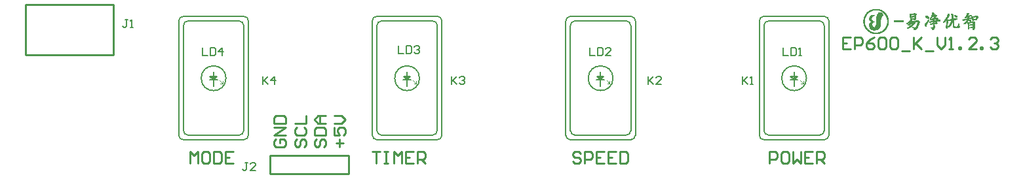
<source format=gto>
%FSLAX25Y25*%
%MOIN*%
G70*
G01*
G75*
G04 Layer_Color=65535*
%ADD10C,0.02000*%
%ADD11C,0.03000*%
%ADD12C,0.01000*%
%ADD13C,0.01500*%
%ADD14C,0.06000*%
%ADD15R,0.06000X0.06000*%
%ADD16O,0.19685X0.07087*%
%ADD17C,0.07000*%
%ADD18C,0.06300*%
%ADD19C,0.02500*%
%ADD20R,0.02400X0.07600*%
%ADD21O,0.02400X0.07600*%
%ADD22R,0.06000X0.05000*%
%ADD23R,0.05000X0.06000*%
%ADD24C,0.00700*%
%ADD25C,0.00500*%
%ADD26C,0.00100*%
%ADD27C,0.00200*%
%ADD28C,0.00600*%
%ADD29R,0.00900X0.00700*%
%ADD30R,0.00446X0.00990*%
D12*
X135000Y16713D02*
X175000D01*
X135000Y7264D02*
Y16713D01*
Y7264D02*
X175000D01*
Y16713D01*
X10563Y67843D02*
X55468D01*
X10563Y93433D02*
X55468D01*
Y67843D02*
Y93433D01*
X10563Y67843D02*
Y93433D01*
X430274Y76876D02*
X426276D01*
Y70878D01*
X430274D01*
X426276Y73877D02*
X428275D01*
X432274Y70878D02*
Y76876D01*
X435273D01*
X436272Y75876D01*
Y73877D01*
X435273Y72877D01*
X432274D01*
X442270Y76876D02*
X440271Y75876D01*
X438272Y73877D01*
Y71878D01*
X439271Y70878D01*
X441271D01*
X442270Y71878D01*
Y72877D01*
X441271Y73877D01*
X438272D01*
X444270Y75876D02*
X445269Y76876D01*
X447269D01*
X448269Y75876D01*
Y71878D01*
X447269Y70878D01*
X445269D01*
X444270Y71878D01*
Y75876D01*
X450268D02*
X451267Y76876D01*
X453267D01*
X454267Y75876D01*
Y71878D01*
X453267Y70878D01*
X451267D01*
X450268Y71878D01*
Y75876D01*
X456266Y69878D02*
X460265D01*
X462264Y76876D02*
Y70878D01*
Y72877D01*
X466263Y76876D01*
X463264Y73877D01*
X466263Y70878D01*
X468262Y69878D02*
X472261D01*
X474260Y76876D02*
Y72877D01*
X476259Y70878D01*
X478259Y72877D01*
Y76876D01*
X480258Y70878D02*
X482258D01*
X481258D01*
Y76876D01*
X480258Y75876D01*
X485256Y70878D02*
Y71878D01*
X486256D01*
Y70878D01*
X485256D01*
X494254D02*
X490255D01*
X494254Y74877D01*
Y75876D01*
X493254Y76876D01*
X491255D01*
X490255Y75876D01*
X496253Y70878D02*
Y71878D01*
X497253D01*
Y70878D01*
X496253D01*
X501251Y75876D02*
X502251Y76876D01*
X504250D01*
X505250Y75876D01*
Y74877D01*
X504250Y73877D01*
X503251D01*
X504250D01*
X505250Y72877D01*
Y71878D01*
X504250Y70878D01*
X502251D01*
X501251Y71878D01*
X138002Y24987D02*
X137002Y23987D01*
Y21988D01*
X138002Y20988D01*
X142000D01*
X143000Y21988D01*
Y23987D01*
X142000Y24987D01*
X140001D01*
Y22987D01*
X143000Y26986D02*
X137002D01*
X143000Y30985D01*
X137002D01*
Y32984D02*
X143000D01*
Y35983D01*
X142000Y36983D01*
X138002D01*
X137002Y35983D01*
Y32984D01*
X148502Y24987D02*
X147502Y23987D01*
Y21988D01*
X148502Y20988D01*
X149501D01*
X150501Y21988D01*
Y23987D01*
X151501Y24987D01*
X152500D01*
X153500Y23987D01*
Y21988D01*
X152500Y20988D01*
X148502Y30985D02*
X147502Y29985D01*
Y27986D01*
X148502Y26986D01*
X152500D01*
X153500Y27986D01*
Y29985D01*
X152500Y30985D01*
X147502Y32984D02*
X153500D01*
Y36983D01*
X158502Y24987D02*
X157502Y23987D01*
Y21988D01*
X158502Y20988D01*
X159501D01*
X160501Y21988D01*
Y23987D01*
X161501Y24987D01*
X162500D01*
X163500Y23987D01*
Y21988D01*
X162500Y20988D01*
X157502Y26986D02*
X163500D01*
Y29985D01*
X162500Y30985D01*
X158502D01*
X157502Y29985D01*
Y26986D01*
X163500Y32984D02*
X159501D01*
X157502Y34984D01*
X159501Y36983D01*
X163500D01*
X160501D01*
Y32984D01*
X170501Y20988D02*
Y24987D01*
X168502Y22987D02*
X172500D01*
X167502Y30985D02*
Y26986D01*
X170501D01*
X169501Y28986D01*
Y29985D01*
X170501Y30985D01*
X172500D01*
X173500Y29985D01*
Y27986D01*
X172500Y26986D01*
X167502Y32984D02*
X171501D01*
X173500Y34984D01*
X171501Y36983D01*
X167502D01*
X389000Y12488D02*
Y18486D01*
X391999D01*
X392999Y17487D01*
Y15487D01*
X391999Y14488D01*
X389000D01*
X397997Y18486D02*
X395998D01*
X394998Y17487D01*
Y13488D01*
X395998Y12488D01*
X397997D01*
X398997Y13488D01*
Y17487D01*
X397997Y18486D01*
X400996D02*
Y12488D01*
X402995Y14488D01*
X404995Y12488D01*
Y18486D01*
X410993D02*
X406994D01*
Y12488D01*
X410993D01*
X406994Y15487D02*
X408994D01*
X412992Y12488D02*
Y18486D01*
X415991D01*
X416991Y17487D01*
Y15487D01*
X415991Y14488D01*
X412992D01*
X414992D02*
X416991Y12488D01*
X292999Y17487D02*
X291999Y18486D01*
X290000D01*
X289000Y17487D01*
Y16487D01*
X290000Y15487D01*
X291999D01*
X292999Y14488D01*
Y13488D01*
X291999Y12488D01*
X290000D01*
X289000Y13488D01*
X294998Y12488D02*
Y18486D01*
X297997D01*
X298997Y17487D01*
Y15487D01*
X297997Y14488D01*
X294998D01*
X304995Y18486D02*
X300996D01*
Y12488D01*
X304995D01*
X300996Y15487D02*
X302995D01*
X310993Y18486D02*
X306994D01*
Y12488D01*
X310993D01*
X306994Y15487D02*
X308994D01*
X312992Y18486D02*
Y12488D01*
X315991D01*
X316991Y13488D01*
Y17487D01*
X315991Y18486D01*
X312992D01*
X187000D02*
X190999D01*
X188999D01*
Y12488D01*
X192998Y18486D02*
X194997D01*
X193998D01*
Y12488D01*
X192998D01*
X194997D01*
X197996D02*
Y18486D01*
X199996Y16487D01*
X201995Y18486D01*
Y12488D01*
X207993Y18486D02*
X203994D01*
Y12488D01*
X207993D01*
X203994Y15487D02*
X205994D01*
X209993Y12488D02*
Y18486D01*
X212992D01*
X213991Y17487D01*
Y15487D01*
X212992Y14488D01*
X209993D01*
X211992D02*
X213991Y12488D01*
X94500D02*
Y18486D01*
X96499Y16487D01*
X98499Y18486D01*
Y12488D01*
X103497Y18486D02*
X101498D01*
X100498Y17487D01*
Y13488D01*
X101498Y12488D01*
X103497D01*
X104497Y13488D01*
Y17487D01*
X103497Y18486D01*
X106496D02*
Y12488D01*
X109495D01*
X110495Y13488D01*
Y17487D01*
X109495Y18486D01*
X106496D01*
X116493D02*
X112494D01*
Y12488D01*
X116493D01*
X112494Y15487D02*
X114494D01*
D25*
X386221Y29362D02*
G03*
X388583Y26969I2362J-31D01*
G01*
X383858Y27000D02*
G03*
X386221Y24606I2362J-31D01*
G01*
X414536Y26969D02*
G03*
X416929Y29331I31J2362D01*
G01*
X416898Y24607D02*
G03*
X419291Y26969I31J2362D01*
G01*
X416929Y82843D02*
G03*
X414567Y85236I-2362J31D01*
G01*
X419291Y85205D02*
G03*
X416929Y87598I-2362J31D01*
G01*
X386252Y87598D02*
G03*
X383858Y85236I-31J-2362D01*
G01*
X388614Y85236D02*
G03*
X386221Y82874I-31J-2362D01*
G01*
X189370Y29362D02*
G03*
X191732Y26969I2362J-31D01*
G01*
X187008Y27000D02*
G03*
X189370Y24606I2362J-31D01*
G01*
X217685Y26969D02*
G03*
X220079Y29331I31J2362D01*
G01*
X220047Y24607D02*
G03*
X222441Y26969I31J2362D01*
G01*
X220078Y82843D02*
G03*
X217717Y85236I-2362J31D01*
G01*
X222441Y85205D02*
G03*
X220079Y87598I-2362J31D01*
G01*
X189401Y87598D02*
G03*
X187008Y85236I-31J-2362D01*
G01*
X191764Y85236D02*
G03*
X189370Y82874I-31J-2362D01*
G01*
X90945Y29362D02*
G03*
X93307Y26969I2362J-31D01*
G01*
X88583Y27000D02*
G03*
X90945Y24606I2362J-31D01*
G01*
X119260Y26969D02*
G03*
X121653Y29331I31J2362D01*
G01*
X121622Y24607D02*
G03*
X124016Y26969I31J2362D01*
G01*
X121653Y82843D02*
G03*
X119291Y85236I-2362J31D01*
G01*
X124016Y85205D02*
G03*
X121654Y87598I-2362J31D01*
G01*
X90976Y87598D02*
G03*
X88583Y85236I-31J-2362D01*
G01*
X93339Y85236D02*
G03*
X90945Y82874I-31J-2362D01*
G01*
X290189Y85236D02*
G03*
X287795Y82874I-31J-2362D01*
G01*
X287827Y87598D02*
G03*
X285433Y85236I-31J-2362D01*
G01*
X320866Y85205D02*
G03*
X318504Y87598I-2362J31D01*
G01*
X318504Y82843D02*
G03*
X316142Y85236I-2362J31D01*
G01*
X318473Y24607D02*
G03*
X320866Y26969I31J2362D01*
G01*
X316110Y26969D02*
G03*
X318504Y29331I31J2362D01*
G01*
X285433Y27000D02*
G03*
X287795Y24606I2362J-31D01*
G01*
X287795Y29362D02*
G03*
X290158Y26969I2362J-31D01*
G01*
X407875Y56002D02*
G03*
X407875Y56002I-6300J0D01*
G01*
X309450D02*
G03*
X309450Y56002I-6300J0D01*
G01*
X211024D02*
G03*
X211024Y56002I-6300J0D01*
G01*
X112599D02*
G03*
X112599Y56002I-6300J0D01*
G01*
X388583Y26969D02*
X414567D01*
X386221Y29331D02*
Y82874D01*
X388583Y85236D02*
X414567D01*
X416929Y29331D02*
Y82874D01*
X383858Y26969D02*
Y85236D01*
X386250Y24606D02*
X416929D01*
X419291Y26969D02*
Y85236D01*
X386221Y87598D02*
X416929D01*
X191732Y26969D02*
X217717D01*
X189370Y29331D02*
Y82874D01*
X191732Y85236D02*
X217717D01*
X220079Y29331D02*
Y82874D01*
X187008Y26969D02*
Y85236D01*
X189399Y24606D02*
X220079D01*
X222441Y26969D02*
Y85236D01*
X189370Y87598D02*
X220079D01*
X93307Y26969D02*
X119291D01*
X90945Y29331D02*
Y82874D01*
X93307Y85236D02*
X119291D01*
X121654Y29331D02*
Y82874D01*
X88583Y26969D02*
Y85236D01*
X90974Y24606D02*
X121654D01*
X124016Y26969D02*
Y85236D01*
X90945Y87598D02*
X121654D01*
X287795D02*
X318504D01*
X320866Y26969D02*
Y85236D01*
X287824Y24606D02*
X318504D01*
X285433Y26969D02*
Y85236D01*
X318504Y29331D02*
Y82874D01*
X290158Y85236D02*
X316142D01*
X287795Y29331D02*
Y82874D01*
X290158Y26969D02*
X316142D01*
D26*
X442276Y78878D02*
X443876D01*
X441676Y78978D02*
X444476D01*
X441376Y79078D02*
X444876D01*
X440976Y79178D02*
X445176D01*
X440776Y79278D02*
X445476D01*
X443976Y79378D02*
X445676D01*
X440476D02*
X442176D01*
X444476Y79478D02*
X445876D01*
X440276D02*
X441676D01*
X444876Y79578D02*
X446076D01*
X440076D02*
X441376D01*
X445176Y79678D02*
X446276D01*
X439876D02*
X441076D01*
X445376Y79778D02*
X446376D01*
X439776D02*
X440776D01*
X445576Y79878D02*
X446576D01*
X439576D02*
X440576D01*
X445776Y79978D02*
X446776D01*
X439476D02*
X440376D01*
X445976Y80078D02*
X446876D01*
X439276D02*
X440176D01*
X446176Y80178D02*
X446976D01*
X439176D02*
X440076D01*
X446276Y80278D02*
X447076D01*
X439076D02*
X439876D01*
X446476Y80378D02*
X447276D01*
X438976D02*
X439676D01*
X446576Y80478D02*
X447376D01*
X438776D02*
X439576D01*
X446676Y80578D02*
X447476D01*
X438676D02*
X439476D01*
X446876Y80678D02*
X447576D01*
X441676D02*
X442676D01*
X438576D02*
X439376D01*
X446976Y80778D02*
X447676D01*
X441276D02*
X443176D01*
X438476D02*
X439176D01*
X492376Y80878D02*
X492776D01*
X471876D02*
X472176D01*
X447076D02*
X447776D01*
X441076D02*
X443476D01*
X438376D02*
X439076D01*
X492376Y80978D02*
X492876D01*
X471776D02*
X472276D01*
X462576D02*
X463076D01*
X447176D02*
X447876D01*
X440876D02*
X443676D01*
X438376D02*
X438976D01*
X492376Y81078D02*
X492976D01*
X471776D02*
X472376D01*
X462476D02*
X463276D01*
X447276D02*
X447976D01*
X440676D02*
X443976D01*
X438276D02*
X438876D01*
X492276Y81178D02*
X492976D01*
X489976D02*
X490176D01*
X471676D02*
X472476D01*
X462476D02*
X463476D01*
X447376D02*
X447976D01*
X440576D02*
X444076D01*
X438176D02*
X438776D01*
X492276Y81278D02*
X493076D01*
X489876D02*
X490276D01*
X471676D02*
X472576D01*
X462476D02*
X463576D01*
X447476D02*
X448076D01*
X440476D02*
X444276D01*
X438076D02*
X438676D01*
X492276Y81378D02*
X493076D01*
X489876D02*
X490276D01*
X471576D02*
X472676D01*
X462376D02*
X463676D01*
X447576D02*
X448176D01*
X440376D02*
X444376D01*
X437976D02*
X438676D01*
X492176Y81478D02*
X493076D01*
X489876D02*
X490376D01*
X471476D02*
X472676D01*
X462376D02*
X463776D01*
X447576D02*
X448276D01*
X440276D02*
X444476D01*
X437976D02*
X438576D01*
X492176Y81578D02*
X493076D01*
X489876D02*
X490376D01*
X471376D02*
X472776D01*
X462276D02*
X463876D01*
X447676D02*
X448276D01*
X441476D02*
X444576D01*
X440176D02*
X440676D01*
X437876D02*
X438476D01*
X492176Y81678D02*
X493176D01*
X489876D02*
X490476D01*
X478876D02*
X479276D01*
X471176D02*
X472776D01*
X462176D02*
X463976D01*
X459076D02*
X459576D01*
X447776D02*
X448376D01*
X441876D02*
X444676D01*
X440076D02*
X440476D01*
X437776D02*
X438376D01*
X492076Y81778D02*
X493176D01*
X489876D02*
X491376D01*
X483376D02*
X484276D01*
X478876D02*
X479376D01*
X471076D02*
X472776D01*
X462076D02*
X464076D01*
X459076D02*
X459876D01*
X447876D02*
X448476D01*
X442076D02*
X444776D01*
X440676D02*
X441576D01*
X440076D02*
X440276D01*
X437776D02*
X438276D01*
X489876Y81878D02*
X493176D01*
X482876D02*
X484776D01*
X478776D02*
X479376D01*
X471076D02*
X472776D01*
X461976D02*
X464176D01*
X459176D02*
X460076D01*
X447876D02*
X448476D01*
X442276D02*
X444776D01*
X440476D02*
X441876D01*
X439976D02*
X440076D01*
X437676D02*
X438276D01*
X489876Y81978D02*
X493176D01*
X482676D02*
X485076D01*
X478776D02*
X479376D01*
X471976D02*
X472776D01*
X471076D02*
X471376D01*
X463076D02*
X464176D01*
X461876D02*
X462576D01*
X459376D02*
X460276D01*
X447976D02*
X448576D01*
X442376D02*
X444876D01*
X440276D02*
X442076D01*
X437576D02*
X438176D01*
X489876Y82078D02*
X493176D01*
X482576D02*
X485276D01*
X478776D02*
X479376D01*
X472076D02*
X472876D01*
X463176D02*
X464276D01*
X461776D02*
X462376D01*
X459576D02*
X460476D01*
X448076D02*
X448576D01*
X442476D02*
X444876D01*
X440176D02*
X442276D01*
X439876D02*
X439976D01*
X437576D02*
X438076D01*
X492376Y82178D02*
X493176D01*
X491276D02*
X492176D01*
X489876D02*
X490376D01*
X482476D02*
X485476D01*
X479576D02*
X479776D01*
X478676D02*
X479376D01*
X472076D02*
X472876D01*
X463376D02*
X464276D01*
X461776D02*
X462076D01*
X459676D02*
X460576D01*
X448076D02*
X448676D01*
X442576D02*
X444976D01*
X440076D02*
X441876D01*
X437476D02*
X438076D01*
X492476Y82278D02*
X493176D01*
X491676D02*
X491976D01*
X489876D02*
X490376D01*
X482376D02*
X485576D01*
X479576D02*
X480076D01*
X478676D02*
X479376D01*
X472076D02*
X472876D01*
X463476D02*
X464376D01*
X459876D02*
X460776D01*
X448176D02*
X448676D01*
X442676D02*
X444976D01*
X439976D02*
X441676D01*
X437476D02*
X437976D01*
X492476Y82378D02*
X493176D01*
X489876D02*
X490376D01*
X482376D02*
X485576D01*
X479676D02*
X480276D01*
X478676D02*
X479476D01*
X472076D02*
X472876D01*
X463476D02*
X464376D01*
X459976D02*
X460876D01*
X448176D02*
X448776D01*
X442676D02*
X445076D01*
X439976D02*
X441476D01*
X437376D02*
X437976D01*
X492476Y82478D02*
X493176D01*
X489876D02*
X490376D01*
X484176D02*
X485576D01*
X482276D02*
X483276D01*
X479776D02*
X480376D01*
X478676D02*
X479476D01*
X472176D02*
X472876D01*
X463576D02*
X464476D01*
X460076D02*
X461076D01*
X448276D02*
X448776D01*
X442776D02*
X445076D01*
X439876D02*
X441376D01*
X437376D02*
X437876D01*
X492476Y82578D02*
X493176D01*
X489876D02*
X490376D01*
X484576D02*
X485576D01*
X482276D02*
X483076D01*
X479876D02*
X480576D01*
X478676D02*
X479476D01*
X472176D02*
X472876D01*
X463676D02*
X464476D01*
X460276D02*
X461176D01*
X448376D02*
X448876D01*
X442876D02*
X445076D01*
X439776D02*
X441276D01*
X437276D02*
X437876D01*
X492476Y82678D02*
X493176D01*
X489876D02*
X490376D01*
X484676D02*
X485476D01*
X482276D02*
X482876D01*
X479976D02*
X480676D01*
X478776D02*
X479476D01*
X472176D02*
X472876D01*
X468376D02*
X468576D01*
X463676D02*
X464476D01*
X460376D02*
X461276D01*
X448376D02*
X448876D01*
X442876D02*
X445176D01*
X439776D02*
X441276D01*
X437276D02*
X437776D01*
X492476Y82778D02*
X493176D01*
X489876D02*
X490376D01*
X484776D02*
X485476D01*
X482276D02*
X482776D01*
X480076D02*
X480776D01*
X478776D02*
X479476D01*
X472176D02*
X472876D01*
X468276D02*
X468576D01*
X463776D02*
X464576D01*
X460476D02*
X461476D01*
X448376D02*
X448976D01*
X442976D02*
X445176D01*
X439676D02*
X441176D01*
X437176D02*
X437776D01*
X492476Y82878D02*
X493176D01*
X489876D02*
X490376D01*
X484776D02*
X485376D01*
X482176D02*
X482776D01*
X480176D02*
X480876D01*
X478776D02*
X479476D01*
X472176D02*
X472876D01*
X468176D02*
X468676D01*
X463776D02*
X464576D01*
X460676D02*
X461576D01*
X448476D02*
X448976D01*
X442976D02*
X445176D01*
X439676D02*
X441176D01*
X437176D02*
X437676D01*
X492476Y82978D02*
X493176D01*
X489876D02*
X490376D01*
X484876D02*
X485376D01*
X482176D02*
X482676D01*
X480276D02*
X480976D01*
X478876D02*
X479476D01*
X472176D02*
X472876D01*
X468076D02*
X468676D01*
X463876D02*
X464576D01*
X460776D02*
X461676D01*
X448476D02*
X448976D01*
X442976D02*
X445176D01*
X439576D02*
X441076D01*
X437176D02*
X437676D01*
X492476Y83078D02*
X493176D01*
X489876D02*
X490376D01*
X484876D02*
X485376D01*
X482176D02*
X482676D01*
X480276D02*
X481076D01*
X478876D02*
X479476D01*
X472176D02*
X472776D01*
X468076D02*
X468676D01*
X463876D02*
X464676D01*
X460876D02*
X461776D01*
X448576D02*
X449076D01*
X443076D02*
X445176D01*
X439576D02*
X441076D01*
X437076D02*
X437576D01*
X492476Y83178D02*
X493176D01*
X489876D02*
X491676D01*
X484976D02*
X485376D01*
X482176D02*
X482676D01*
X480376D02*
X481076D01*
X478876D02*
X479476D01*
X472176D02*
X472776D01*
X467976D02*
X468676D01*
X463876D02*
X464676D01*
X460976D02*
X461876D01*
X459176D02*
X459576D01*
X448576D02*
X449076D01*
X443076D02*
X445276D01*
X439576D02*
X440976D01*
X437076D02*
X437576D01*
X492476Y83278D02*
X493176D01*
X489876D02*
X492076D01*
X484976D02*
X485376D01*
X482176D02*
X482676D01*
X480476D02*
X481176D01*
X478876D02*
X479476D01*
X472176D02*
X472776D01*
X467976D02*
X468776D01*
X463976D02*
X464676D01*
X461076D02*
X461976D01*
X459176D02*
X459876D01*
X448576D02*
X449076D01*
X443076D02*
X445276D01*
X439576D02*
X440976D01*
X437076D02*
X437576D01*
X492476Y83378D02*
X493176D01*
X489876D02*
X492176D01*
X484976D02*
X485376D01*
X482176D02*
X482676D01*
X480576D02*
X481276D01*
X478976D02*
X479476D01*
X472176D02*
X472776D01*
X467976D02*
X468776D01*
X463976D02*
X464776D01*
X461176D02*
X462076D01*
X459376D02*
X460176D01*
X448676D02*
X449176D01*
X443076D02*
X445276D01*
X439576D02*
X440976D01*
X436976D02*
X437476D01*
X492476Y83478D02*
X493176D01*
X490876D02*
X492176D01*
X489876D02*
X490376D01*
X484976D02*
X485276D01*
X482176D02*
X482676D01*
X480576D02*
X481276D01*
X478976D02*
X479476D01*
X472176D02*
X472776D01*
X467876D02*
X468876D01*
X463976D02*
X464776D01*
X461276D02*
X462176D01*
X459476D02*
X460376D01*
X448676D02*
X449176D01*
X443176D02*
X445276D01*
X439576D02*
X440976D01*
X436976D02*
X437476D01*
X492476Y83578D02*
X493176D01*
X491276D02*
X492176D01*
X489876D02*
X490376D01*
X485076D02*
X485276D01*
X482176D02*
X482676D01*
X480676D02*
X481376D01*
X478976D02*
X479476D01*
X472176D02*
X472776D01*
X471076D02*
X471276D01*
X467876D02*
X468876D01*
X464076D02*
X464776D01*
X461376D02*
X462276D01*
X459676D02*
X460476D01*
X448676D02*
X449176D01*
X443176D02*
X445276D01*
X439576D02*
X440976D01*
X436976D02*
X437476D01*
X492476Y83678D02*
X493176D01*
X489876D02*
X490376D01*
X485076D02*
X485276D01*
X482176D02*
X482676D01*
X480776D02*
X481476D01*
X478976D02*
X479476D01*
X472176D02*
X472776D01*
X470776D02*
X471676D01*
X467876D02*
X468976D01*
X464076D02*
X464876D01*
X461476D02*
X462376D01*
X459876D02*
X460676D01*
X448776D02*
X449276D01*
X443176D02*
X445276D01*
X439576D02*
X440976D01*
X436976D02*
X437476D01*
X492476Y83778D02*
X493276D01*
X489776D02*
X490376D01*
X487776D02*
X487976D01*
X485076D02*
X485276D01*
X482176D02*
X482676D01*
X480776D02*
X481476D01*
X478976D02*
X479476D01*
X470676D02*
X472776D01*
X467876D02*
X468976D01*
X464076D02*
X464876D01*
X461576D02*
X462476D01*
X459976D02*
X460776D01*
X448776D02*
X449276D01*
X443176D02*
X445276D01*
X439676D02*
X440976D01*
X436876D02*
X437376D01*
X492476Y83878D02*
X493276D01*
X489776D02*
X490376D01*
X487776D02*
X488276D01*
X485076D02*
X485276D01*
X482176D02*
X482676D01*
X480876D02*
X481576D01*
X478976D02*
X479476D01*
X470576D02*
X472776D01*
X467876D02*
X468976D01*
X464176D02*
X464876D01*
X461676D02*
X462576D01*
X460076D02*
X460876D01*
X448776D02*
X449276D01*
X443176D02*
X445276D01*
X439676D02*
X440976D01*
X436876D02*
X437376D01*
X492476Y83978D02*
X493276D01*
X489776D02*
X490376D01*
X487876D02*
X488476D01*
X482176D02*
X482676D01*
X480876D02*
X481576D01*
X478976D02*
X479476D01*
X470576D02*
X473276D01*
X467976D02*
X469076D01*
X464176D02*
X464976D01*
X461776D02*
X462676D01*
X460176D02*
X460976D01*
X458576D02*
X458976D01*
X448776D02*
X449276D01*
X443176D02*
X445276D01*
X439776D02*
X441076D01*
X436876D02*
X437376D01*
X492476Y84078D02*
X493276D01*
X489776D02*
X490376D01*
X487976D02*
X488676D01*
X482176D02*
X482676D01*
X480976D02*
X481676D01*
X478976D02*
X479476D01*
X470976D02*
X473976D01*
X468176D02*
X469076D01*
X464176D02*
X464976D01*
X461876D02*
X462776D01*
X460376D02*
X461176D01*
X458576D02*
X459276D01*
X448876D02*
X449276D01*
X443276D02*
X445276D01*
X439776D02*
X441076D01*
X436876D02*
X437376D01*
X492376Y84178D02*
X493376D01*
X489676D02*
X490376D01*
X488076D02*
X488776D01*
X482176D02*
X482676D01*
X480976D02*
X481676D01*
X478976D02*
X479476D01*
X471676D02*
X474176D01*
X468376D02*
X469176D01*
X464176D02*
X464976D01*
X461976D02*
X462876D01*
X460476D02*
X461276D01*
X458776D02*
X459476D01*
X448876D02*
X449376D01*
X443276D02*
X445276D01*
X439876D02*
X441176D01*
X436876D02*
X437376D01*
X492376Y84278D02*
X493476D01*
X489676D02*
X490376D01*
X488176D02*
X488876D01*
X482176D02*
X482676D01*
X481076D02*
X481676D01*
X478976D02*
X479476D01*
X472176D02*
X474176D01*
X468476D02*
X469276D01*
X464176D02*
X465076D01*
X461976D02*
X462976D01*
X460576D02*
X461476D01*
X458976D02*
X459676D01*
X448876D02*
X449376D01*
X443276D02*
X445276D01*
X439976D02*
X441176D01*
X436876D02*
X437276D01*
X492376Y84378D02*
X493476D01*
X489576D02*
X490976D01*
X488376D02*
X489076D01*
X482176D02*
X482676D01*
X481076D02*
X481776D01*
X478976D02*
X479576D01*
X472176D02*
X474176D01*
X468576D02*
X469276D01*
X464176D02*
X465076D01*
X462076D02*
X463076D01*
X460676D02*
X461576D01*
X459076D02*
X459876D01*
X448876D02*
X449376D01*
X443276D02*
X445276D01*
X440076D02*
X441276D01*
X436776D02*
X437276D01*
X492276Y84478D02*
X493476D01*
X489576D02*
X491576D01*
X488476D02*
X489176D01*
X482176D02*
X482676D01*
X481076D02*
X481776D01*
X478976D02*
X479576D01*
X473476D02*
X474076D01*
X472176D02*
X472776D01*
X468576D02*
X469376D01*
X464176D02*
X465176D01*
X462076D02*
X463076D01*
X460676D02*
X461576D01*
X459276D02*
X460076D01*
X448876D02*
X449376D01*
X443276D02*
X445376D01*
X440176D02*
X441376D01*
X436776D02*
X437276D01*
X489576Y84578D02*
X493376D01*
X488576D02*
X489276D01*
X482176D02*
X482676D01*
X481176D02*
X481776D01*
X478976D02*
X479576D01*
X477176D02*
X477476D01*
X473476D02*
X473976D01*
X472176D02*
X472776D01*
X468676D02*
X469376D01*
X464176D02*
X465276D01*
X462176D02*
X463076D01*
X460776D02*
X461576D01*
X459376D02*
X460176D01*
X448876D02*
X449376D01*
X443276D02*
X445376D01*
X440376D02*
X441476D01*
X436776D02*
X437276D01*
X490876Y84678D02*
X493276D01*
X488576D02*
X489376D01*
X482176D02*
X482776D01*
X481176D02*
X481876D01*
X479076D02*
X479576D01*
X477176D02*
X477676D01*
X473476D02*
X473976D01*
X472176D02*
X472776D01*
X470176D02*
X471076D01*
X468776D02*
X469476D01*
X464176D02*
X465276D01*
X462176D02*
X462976D01*
X460876D02*
X461476D01*
X459576D02*
X460376D01*
X448876D02*
X449376D01*
X443276D02*
X445376D01*
X440576D02*
X441576D01*
X436776D02*
X437276D01*
X491376Y84778D02*
X493176D01*
X488676D02*
X489376D01*
X482176D02*
X482776D01*
X481276D02*
X481876D01*
X479076D02*
X479576D01*
X477276D02*
X477776D01*
X473476D02*
X473976D01*
X472176D02*
X472776D01*
X469976D02*
X471576D01*
X468876D02*
X469476D01*
X464176D02*
X465276D01*
X462176D02*
X462976D01*
X460876D02*
X461376D01*
X459676D02*
X460476D01*
X448876D02*
X449376D01*
X443276D02*
X445376D01*
X440776D02*
X441776D01*
X436776D02*
X437276D01*
X491776Y84878D02*
X493076D01*
X488776D02*
X489476D01*
X482176D02*
X482776D01*
X481276D02*
X481876D01*
X479076D02*
X479576D01*
X477376D02*
X477976D01*
X473476D02*
X473976D01*
X469976D02*
X472776D01*
X468976D02*
X469576D01*
X464076D02*
X465276D01*
X462276D02*
X462876D01*
X459776D02*
X461576D01*
X448876D02*
X449376D01*
X443276D02*
X445376D01*
X440976D02*
X441876D01*
X436776D02*
X437276D01*
X492076Y84978D02*
X492876D01*
X488876D02*
X489576D01*
X482176D02*
X482776D01*
X481276D02*
X481976D01*
X479076D02*
X479576D01*
X477376D02*
X478076D01*
X473476D02*
X474076D01*
X469976D02*
X472776D01*
X468976D02*
X469576D01*
X463976D02*
X465176D01*
X459876D02*
X462876D01*
X452476D02*
X456876D01*
X448876D02*
X449376D01*
X443276D02*
X445376D01*
X441276D02*
X442176D01*
X436776D02*
X437276D01*
X490976Y85078D02*
X491276D01*
X488976D02*
X489676D01*
X482176D02*
X482776D01*
X481276D02*
X481976D01*
X479076D02*
X479576D01*
X477476D02*
X478176D01*
X473476D02*
X474076D01*
X469976D02*
X473076D01*
X469076D02*
X469676D01*
X459976D02*
X465076D01*
X452476D02*
X456876D01*
X448876D02*
X449376D01*
X443276D02*
X445376D01*
X441076D02*
X441976D01*
X436776D02*
X437276D01*
X490776Y85178D02*
X491376D01*
X488976D02*
X489676D01*
X482176D02*
X482776D01*
X481376D02*
X481976D01*
X478976D02*
X479576D01*
X477576D02*
X478276D01*
X470976D02*
X474076D01*
X469176D02*
X469676D01*
X460076D02*
X464976D01*
X452476D02*
X456876D01*
X448876D02*
X449376D01*
X443276D02*
X445376D01*
X440876D02*
X441776D01*
X436776D02*
X437276D01*
X490676Y85278D02*
X491376D01*
X489076D02*
X489776D01*
X482176D02*
X482776D01*
X481376D02*
X481976D01*
X478976D02*
X479576D01*
X477676D02*
X478376D01*
X471676D02*
X475376D01*
X469276D02*
X469676D01*
X461676D02*
X464876D01*
X460176D02*
X461176D01*
X452476D02*
X456876D01*
X448876D02*
X449376D01*
X443276D02*
X445376D01*
X440576D02*
X441576D01*
X436776D02*
X437276D01*
X492276Y85378D02*
X492476D01*
X490576D02*
X491376D01*
X489176D02*
X489776D01*
X481376D02*
X482776D01*
X478976D02*
X479576D01*
X477776D02*
X478476D01*
X472076D02*
X475776D01*
X469276D02*
X469776D01*
X462676D02*
X464676D01*
X460276D02*
X461176D01*
X452476D02*
X456876D01*
X448876D02*
X449376D01*
X443276D02*
X445376D01*
X440476D02*
X441376D01*
X436776D02*
X437276D01*
X492176Y85478D02*
X492476D01*
X490476D02*
X491376D01*
X489176D02*
X489876D01*
X481376D02*
X482776D01*
X478976D02*
X479576D01*
X477876D02*
X478576D01*
X472076D02*
X475776D01*
X469376D02*
X469776D01*
X463476D02*
X464576D01*
X460376D02*
X461176D01*
X452476D02*
X456876D01*
X448876D02*
X449376D01*
X443276D02*
X445376D01*
X440276D02*
X441276D01*
X436776D02*
X437276D01*
X492176Y85578D02*
X492576D01*
X490376D02*
X491376D01*
X489276D02*
X489876D01*
X481476D02*
X482676D01*
X480076D02*
X480876D01*
X478976D02*
X479576D01*
X477976D02*
X478676D01*
X473376D02*
X475776D01*
X472076D02*
X472776D01*
X469476D02*
X469876D01*
X463976D02*
X464376D01*
X460476D02*
X461076D01*
X448876D02*
X449376D01*
X443276D02*
X445376D01*
X440176D02*
X441176D01*
X436776D02*
X437276D01*
X492176Y85678D02*
X492576D01*
X490276D02*
X491376D01*
X489276D02*
X489976D01*
X487476D02*
X488076D01*
X479876D02*
X482476D01*
X478976D02*
X479576D01*
X478076D02*
X478776D01*
X473576D02*
X475776D01*
X471976D02*
X472776D01*
X469576D02*
X469876D01*
X460576D02*
X461076D01*
X448876D02*
X449376D01*
X443276D02*
X445376D01*
X440076D02*
X441076D01*
X436776D02*
X437276D01*
X492076Y85778D02*
X492876D01*
X490276D02*
X491276D01*
X489376D02*
X489976D01*
X487276D02*
X488276D01*
X479776D02*
X482176D01*
X478976D02*
X479576D01*
X478076D02*
X478876D01*
X474476D02*
X475576D01*
X473576D02*
X474276D01*
X471976D02*
X472776D01*
X469576D02*
X469976D01*
X462576D02*
X462876D01*
X460576D02*
X460976D01*
X448876D02*
X449376D01*
X443276D02*
X445476D01*
X439976D02*
X440976D01*
X436776D02*
X437276D01*
X492076Y85878D02*
X493876D01*
X489376D02*
X491076D01*
X487176D02*
X488576D01*
X479776D02*
X482576D01*
X478176D02*
X479576D01*
X474976D02*
X475376D01*
X473576D02*
X474276D01*
X471976D02*
X472776D01*
X469676D02*
X469976D01*
X462576D02*
X462976D01*
X460576D02*
X460976D01*
X448876D02*
X449376D01*
X443276D02*
X445476D01*
X439976D02*
X440876D01*
X436776D02*
X437276D01*
X492076Y85978D02*
X494476D01*
X489376D02*
X490876D01*
X487076D02*
X488976D01*
X479876D02*
X483076D01*
X478276D02*
X479476D01*
X473576D02*
X474376D01*
X471876D02*
X472776D01*
X470876D02*
X471576D01*
X462476D02*
X462976D01*
X460576D02*
X461076D01*
X448876D02*
X449376D01*
X443276D02*
X445476D01*
X439876D02*
X440876D01*
X436876D02*
X437276D01*
X492076Y86078D02*
X494476D01*
X487076D02*
X490076D01*
X480576D02*
X483676D01*
X478376D02*
X479476D01*
X473576D02*
X474376D01*
X470676D02*
X472676D01*
X462476D02*
X463076D01*
X460576D02*
X461376D01*
X448876D02*
X449376D01*
X443276D02*
X445476D01*
X439776D02*
X440776D01*
X436876D02*
X437276D01*
X493076Y86178D02*
X494476D01*
X492076D02*
X492576D01*
X487776D02*
X490176D01*
X481076D02*
X484176D01*
X478376D02*
X479376D01*
X473576D02*
X474476D01*
X470576D02*
X472576D01*
X460576D02*
X463076D01*
X448876D02*
X449276D01*
X443276D02*
X445476D01*
X439776D02*
X440776D01*
X436876D02*
X437376D01*
X493676Y86278D02*
X494376D01*
X492076D02*
X492576D01*
X488276D02*
X490176D01*
X481576D02*
X484376D01*
X478476D02*
X479276D01*
X473576D02*
X474576D01*
X470576D02*
X472876D01*
X460576D02*
X463176D01*
X448776D02*
X449276D01*
X443376D02*
X445476D01*
X439776D02*
X440776D01*
X436876D02*
X437376D01*
X493876Y86378D02*
X494376D01*
X492076D02*
X492576D01*
X488776D02*
X490476D01*
X481576D02*
X484376D01*
X478576D02*
X479276D01*
X471076D02*
X474676D01*
X460576D02*
X463176D01*
X448776D02*
X449276D01*
X443376D02*
X445576D01*
X439776D02*
X440776D01*
X436876D02*
X437376D01*
X493876Y86478D02*
X494376D01*
X491976D02*
X492576D01*
X489176D02*
X490876D01*
X482576D02*
X484376D01*
X481576D02*
X482176D01*
X478576D02*
X479276D01*
X471776D02*
X474676D01*
X460576D02*
X463176D01*
X448776D02*
X449276D01*
X443376D02*
X445576D01*
X439776D02*
X440776D01*
X436876D02*
X437376D01*
X493876Y86578D02*
X494476D01*
X491976D02*
X492476D01*
X489476D02*
X491376D01*
X482976D02*
X484276D01*
X481576D02*
X482176D01*
X478676D02*
X479376D01*
X472276D02*
X474676D01*
X462576D02*
X463176D01*
X461776D02*
X462376D01*
X460576D02*
X461076D01*
X448776D02*
X449276D01*
X443376D02*
X445576D01*
X439776D02*
X440776D01*
X436976D02*
X437476D01*
X493876Y86678D02*
X494576D01*
X491976D02*
X492476D01*
X489676D02*
X491676D01*
X483276D02*
X484076D01*
X481576D02*
X482276D01*
X478776D02*
X479476D01*
X472376D02*
X474576D01*
X470776D02*
X471076D01*
X469376D02*
X469876D01*
X462576D02*
X463176D01*
X460576D02*
X461076D01*
X448676D02*
X449176D01*
X443376D02*
X445676D01*
X439776D02*
X440776D01*
X436976D02*
X437476D01*
X493876Y86778D02*
X494576D01*
X491976D02*
X492476D01*
X489676D02*
X491676D01*
X488176D02*
X488476D01*
X481576D02*
X482276D01*
X478776D02*
X479476D01*
X473076D02*
X474476D01*
X472376D02*
X472976D01*
X470776D02*
X471176D01*
X469176D02*
X469876D01*
X462576D02*
X463176D01*
X460576D02*
X461076D01*
X448676D02*
X449176D01*
X443376D02*
X445676D01*
X439776D02*
X440776D01*
X436976D02*
X437476D01*
X493976Y86878D02*
X494676D01*
X491976D02*
X492476D01*
X490676D02*
X491676D01*
X489676D02*
X490276D01*
X488176D02*
X488676D01*
X481576D02*
X482276D01*
X478876D02*
X479576D01*
X473376D02*
X474276D01*
X472376D02*
X472976D01*
X470776D02*
X471276D01*
X469076D02*
X469876D01*
X462576D02*
X463276D01*
X460576D02*
X461076D01*
X448676D02*
X449176D01*
X443376D02*
X445676D01*
X439776D02*
X440776D01*
X436976D02*
X437476D01*
X493976Y86978D02*
X494776D01*
X491876D02*
X492476D01*
X491176D02*
X491476D01*
X489676D02*
X490276D01*
X488176D02*
X488776D01*
X481576D02*
X482276D01*
X478876D02*
X479576D01*
X473576D02*
X473976D01*
X472476D02*
X473076D01*
X470876D02*
X471376D01*
X468976D02*
X469876D01*
X462576D02*
X463276D01*
X460576D02*
X461076D01*
X448676D02*
X449176D01*
X443376D02*
X445776D01*
X439776D02*
X440776D01*
X437076D02*
X437576D01*
X493976Y87078D02*
X494876D01*
X491876D02*
X492476D01*
X489676D02*
X490376D01*
X488276D02*
X488876D01*
X481676D02*
X482276D01*
X478976D02*
X479676D01*
X472476D02*
X473176D01*
X470876D02*
X471476D01*
X468776D02*
X469876D01*
X462676D02*
X463276D01*
X460576D02*
X461076D01*
X448576D02*
X449076D01*
X443376D02*
X445776D01*
X439776D02*
X440876D01*
X437076D02*
X437576D01*
X493976Y87178D02*
X494976D01*
X491876D02*
X492476D01*
X489676D02*
X490376D01*
X488376D02*
X488976D01*
X481676D02*
X482276D01*
X478976D02*
X479676D01*
X472576D02*
X473176D01*
X470976D02*
X471576D01*
X468676D02*
X469876D01*
X462676D02*
X463276D01*
X460476D02*
X461076D01*
X448576D02*
X449076D01*
X443476D02*
X445776D01*
X439876D02*
X440876D01*
X437076D02*
X437576D01*
X493976Y87278D02*
X495076D01*
X491776D02*
X492876D01*
X489676D02*
X490376D01*
X488476D02*
X489076D01*
X481676D02*
X482276D01*
X479076D02*
X479776D01*
X472576D02*
X473276D01*
X471076D02*
X471676D01*
X468576D02*
X469876D01*
X462676D02*
X463276D01*
X460476D02*
X461076D01*
X448476D02*
X449076D01*
X443476D02*
X445876D01*
X439876D02*
X440876D01*
X437176D02*
X437676D01*
X493976Y87378D02*
X495076D01*
X491776D02*
X493376D01*
X489676D02*
X490376D01*
X488576D02*
X489176D01*
X483676D02*
X484176D01*
X481676D02*
X482276D01*
X479076D02*
X479876D01*
X472676D02*
X473376D01*
X471076D02*
X471776D01*
X468476D02*
X469876D01*
X462676D02*
X463276D01*
X460476D02*
X462076D01*
X448476D02*
X448976D01*
X443476D02*
X445876D01*
X439876D02*
X440976D01*
X437176D02*
X437676D01*
X491676Y87478D02*
X495076D01*
X488676D02*
X490376D01*
X483576D02*
X484276D01*
X481676D02*
X482276D01*
X479176D02*
X479876D01*
X472676D02*
X473476D01*
X471176D02*
X471776D01*
X468376D02*
X469776D01*
X462676D02*
X463276D01*
X460476D02*
X462276D01*
X448476D02*
X448976D01*
X443476D02*
X445976D01*
X439976D02*
X441076D01*
X437176D02*
X437776D01*
X491676Y87578D02*
X494976D01*
X488676D02*
X490376D01*
X483376D02*
X484276D01*
X481676D02*
X482376D01*
X479176D02*
X479976D01*
X472676D02*
X473576D01*
X471176D02*
X471876D01*
X468376D02*
X469676D01*
X462676D02*
X463276D01*
X460476D02*
X462276D01*
X448376D02*
X448876D01*
X443476D02*
X445976D01*
X439976D02*
X441076D01*
X437276D02*
X437776D01*
X492976Y87678D02*
X494876D01*
X491676D02*
X492076D01*
X488776D02*
X490676D01*
X483276D02*
X484276D01*
X481676D02*
X482376D01*
X479276D02*
X479976D01*
X472776D02*
X473676D01*
X471276D02*
X472476D01*
X468276D02*
X469476D01*
X462676D02*
X463276D01*
X461176D02*
X462276D01*
X460476D02*
X461076D01*
X448376D02*
X448876D01*
X443476D02*
X446076D01*
X440076D02*
X441176D01*
X437276D02*
X437876D01*
X493376Y87778D02*
X494676D01*
X488876D02*
X490976D01*
X483176D02*
X484176D01*
X481676D02*
X482376D01*
X479276D02*
X480076D01*
X471276D02*
X473876D01*
X468276D02*
X469276D01*
X462676D02*
X463276D01*
X461576D02*
X462176D01*
X460476D02*
X461076D01*
X448276D02*
X448876D01*
X443576D02*
X446176D01*
X440176D02*
X441276D01*
X437376D02*
X437876D01*
X493676Y87878D02*
X494576D01*
X489676D02*
X491376D01*
X488876D02*
X489576D01*
X483076D02*
X484176D01*
X481676D02*
X482376D01*
X479376D02*
X480176D01*
X471376D02*
X473976D01*
X468376D02*
X468876D01*
X462676D02*
X463276D01*
X460476D02*
X461076D01*
X448276D02*
X448776D01*
X443576D02*
X446276D01*
X440176D02*
X441476D01*
X437376D02*
X437976D01*
X493876Y87978D02*
X494276D01*
X490076D02*
X491576D01*
X488976D02*
X489676D01*
X482976D02*
X484076D01*
X481676D02*
X482376D01*
X479376D02*
X480176D01*
X471376D02*
X473976D01*
X462676D02*
X463276D01*
X460476D02*
X461076D01*
X448176D02*
X448776D01*
X443576D02*
X446376D01*
X440276D02*
X441676D01*
X437476D02*
X437976D01*
X490376Y88078D02*
X491576D01*
X488976D02*
X489676D01*
X482876D02*
X483976D01*
X481676D02*
X482476D01*
X479376D02*
X480276D01*
X471476D02*
X473976D01*
X462676D02*
X463376D01*
X460376D02*
X461076D01*
X448076D02*
X448676D01*
X443676D02*
X446476D01*
X440476D02*
X442076D01*
X437476D02*
X438076D01*
X490676Y88178D02*
X491576D01*
X489076D02*
X489776D01*
X482876D02*
X483676D01*
X481676D02*
X482476D01*
X479476D02*
X480376D01*
X472476D02*
X473976D01*
X471476D02*
X472176D01*
X462676D02*
X463376D01*
X460376D02*
X460976D01*
X448076D02*
X448676D01*
X443676D02*
X446576D01*
X440676D02*
X442276D01*
X437576D02*
X438076D01*
X490976Y88278D02*
X491376D01*
X489076D02*
X489776D01*
X481576D02*
X482476D01*
X479476D02*
X480476D01*
X472676D02*
X473776D01*
X471476D02*
X472276D01*
X462676D02*
X463376D01*
X460376D02*
X460976D01*
X447976D02*
X448576D01*
X443676D02*
X446576D01*
X440976D02*
X441776D01*
X437576D02*
X438176D01*
X489176Y88378D02*
X489876D01*
X481576D02*
X482476D01*
X479476D02*
X480476D01*
X472876D02*
X473576D01*
X471576D02*
X472376D01*
X462676D02*
X463476D01*
X460276D02*
X460976D01*
X447976D02*
X448476D01*
X443776D02*
X446576D01*
X437676D02*
X438276D01*
X489176Y88478D02*
X489976D01*
X481476D02*
X482476D01*
X479576D02*
X480476D01*
X473076D02*
X473276D01*
X471576D02*
X472376D01*
X462576D02*
X463476D01*
X460276D02*
X461176D01*
X447876D02*
X448476D01*
X443776D02*
X446576D01*
X437676D02*
X438276D01*
X489276Y88578D02*
X489976D01*
X481476D02*
X482476D01*
X479576D02*
X480376D01*
X471576D02*
X472476D01*
X462576D02*
X463576D01*
X460176D02*
X461776D01*
X447776D02*
X448376D01*
X443776D02*
X446576D01*
X437776D02*
X438376D01*
X489276Y88678D02*
X490076D01*
X481476D02*
X482276D01*
X479576D02*
X480376D01*
X471676D02*
X472576D01*
X462476D02*
X463576D01*
X460176D02*
X462276D01*
X447676D02*
X448276D01*
X443876D02*
X446476D01*
X437876D02*
X438476D01*
X489276Y88778D02*
X490176D01*
X481476D02*
X482076D01*
X479576D02*
X480276D01*
X471676D02*
X472676D01*
X460176D02*
X463576D01*
X447676D02*
X448276D01*
X443876D02*
X446476D01*
X437876D02*
X438576D01*
X489376Y88878D02*
X490276D01*
X479576D02*
X480076D01*
X471676D02*
X472776D01*
X461176D02*
X463576D01*
X460176D02*
X460476D01*
X447576D02*
X448176D01*
X443976D02*
X446376D01*
X437976D02*
X438576D01*
X489376Y88978D02*
X490276D01*
X479576D02*
X479876D01*
X471676D02*
X472776D01*
X461776D02*
X463376D01*
X447476D02*
X448076D01*
X443976D02*
X446376D01*
X438076D02*
X438676D01*
X489376Y89078D02*
X490276D01*
X471776D02*
X472776D01*
X462176D02*
X463176D01*
X447376D02*
X448076D01*
X444076D02*
X446276D01*
X438176D02*
X438776D01*
X489376Y89178D02*
X490176D01*
X471776D02*
X472676D01*
X462476D02*
X462976D01*
X447276D02*
X447976D01*
X444176D02*
X446276D01*
X438276D02*
X438876D01*
X489376Y89278D02*
X490076D01*
X471676D02*
X472576D01*
X447176D02*
X447876D01*
X444276D02*
X446176D01*
X438276D02*
X438976D01*
X489376Y89378D02*
X489776D01*
X471676D02*
X472476D01*
X447076D02*
X447776D01*
X444376D02*
X446076D01*
X438376D02*
X439076D01*
X471676Y89478D02*
X472176D01*
X446976D02*
X447676D01*
X444476D02*
X445876D01*
X438476D02*
X439176D01*
X446876Y89578D02*
X447576D01*
X444776D02*
X445676D01*
X438576D02*
X439276D01*
X446776Y89678D02*
X447476D01*
X438676D02*
X439476D01*
X446576Y89778D02*
X447376D01*
X438776D02*
X439576D01*
X446476Y89878D02*
X447276D01*
X438876D02*
X439676D01*
X446376Y89978D02*
X447176D01*
X439076D02*
X439876D01*
X446176Y90078D02*
X447076D01*
X439176D02*
X439976D01*
X445976Y90178D02*
X446876D01*
X439276D02*
X440176D01*
X445876Y90278D02*
X446776D01*
X439376D02*
X440376D01*
X445676Y90378D02*
X446576D01*
X439576D02*
X440576D01*
X445376Y90478D02*
X446476D01*
X439676D02*
X440776D01*
X445176Y90578D02*
X446276D01*
X439876D02*
X440976D01*
X444876Y90678D02*
X446076D01*
X440076D02*
X441276D01*
X444576Y90778D02*
X445976D01*
X440276D02*
X441576D01*
X444076Y90878D02*
X445676D01*
X440476D02*
X442076D01*
X440676Y90978D02*
X445476D01*
X440976Y91078D02*
X445176D01*
X441276Y91178D02*
X444876D01*
X441676Y91278D02*
X444576D01*
X442176Y91378D02*
X443976D01*
D27*
X404675Y54802D02*
X404975Y54502D01*
X406175Y53302D01*
X405075D02*
X406175D01*
Y54502D01*
X307750Y53302D02*
Y54502D01*
X306650Y53302D02*
X307750D01*
X306550Y54502D02*
X307750Y53302D01*
X306250Y54802D02*
X306550Y54502D01*
X207824Y54802D02*
X208124Y54502D01*
X209324Y53302D01*
X208224D02*
X209324D01*
Y54502D01*
X110899Y53302D02*
Y54502D01*
X109799Y53302D02*
X110899D01*
X109699Y54502D02*
X110899Y53302D01*
X109399Y54802D02*
X109699Y54502D01*
D28*
X399575Y55202D02*
X403475D01*
X401575Y55402D02*
X403175Y57002D01*
X402975D02*
X403175D01*
X399775D02*
X402975D01*
X399775D02*
X401575Y55202D01*
Y52002D02*
Y59202D01*
X303150Y52002D02*
Y59202D01*
X301350Y57002D02*
X303150Y55202D01*
X301350Y57002D02*
X304550D01*
X304750D01*
X303150Y55402D02*
X304750Y57002D01*
X301150Y55202D02*
X305050D01*
X202724D02*
X206624D01*
X204724Y55402D02*
X206324Y57002D01*
X206124D02*
X206324D01*
X202924D02*
X206124D01*
X202924D02*
X204724Y55202D01*
Y52002D02*
Y59202D01*
X106299Y52002D02*
Y59202D01*
X104499Y57002D02*
X106299Y55202D01*
X104499Y57002D02*
X107699D01*
X107899D01*
X106299Y55402D02*
X107899Y57002D01*
X104299Y55202D02*
X108199D01*
X62666Y85999D02*
X61333D01*
X61999D01*
Y82666D01*
X61333Y82000D01*
X60666D01*
X60000Y82666D01*
X63999Y82000D02*
X65332D01*
X64665D01*
Y85999D01*
X63999Y85332D01*
X123666Y12987D02*
X122333D01*
X122999D01*
Y9655D01*
X122333Y8988D01*
X121667D01*
X121000Y9655D01*
X127664Y8988D02*
X124999D01*
X127664Y11654D01*
Y12320D01*
X126998Y12987D01*
X125665D01*
X124999Y12320D01*
X131276Y56877D02*
Y52878D01*
Y54211D01*
X133941Y56877D01*
X131942Y54877D01*
X133941Y52878D01*
X137274D02*
Y56877D01*
X135274Y54877D01*
X137940D01*
X227276Y56877D02*
Y52878D01*
Y54211D01*
X229941Y56877D01*
X227942Y54877D01*
X229941Y52878D01*
X231274Y56210D02*
X231941Y56877D01*
X233274D01*
X233940Y56210D01*
Y55544D01*
X233274Y54877D01*
X232607D01*
X233274D01*
X233940Y54211D01*
Y53544D01*
X233274Y52878D01*
X231941D01*
X231274Y53544D01*
X327276Y56877D02*
Y52878D01*
Y54211D01*
X329941Y56877D01*
X327942Y54877D01*
X329941Y52878D01*
X333940D02*
X331274D01*
X333940Y55544D01*
Y56210D01*
X333274Y56877D01*
X331941D01*
X331274Y56210D01*
X375500Y56987D02*
Y52988D01*
Y54321D01*
X378166Y56987D01*
X376167Y54988D01*
X378166Y52988D01*
X379499D02*
X380832D01*
X380165D01*
Y56987D01*
X379499Y56320D01*
X100749Y71651D02*
Y67652D01*
X103415D01*
X104748Y71651D02*
Y67652D01*
X106747D01*
X107414Y68319D01*
Y70985D01*
X106747Y71651D01*
X104748D01*
X110746Y67652D02*
Y71651D01*
X108747Y69652D01*
X111412D01*
X200299Y72601D02*
Y68602D01*
X202965D01*
X204298Y72601D02*
Y68602D01*
X206297D01*
X206964Y69269D01*
Y71935D01*
X206297Y72601D01*
X204298D01*
X208297Y71935D02*
X208963Y72601D01*
X210296D01*
X210962Y71935D01*
Y71268D01*
X210296Y70602D01*
X209630D01*
X210296D01*
X210962Y69935D01*
Y69269D01*
X210296Y68602D01*
X208963D01*
X208297Y69269D01*
X297600Y71651D02*
Y67652D01*
X300265D01*
X301598Y71651D02*
Y67652D01*
X303598D01*
X304264Y68319D01*
Y70985D01*
X303598Y71651D01*
X301598D01*
X308263Y67652D02*
X305597D01*
X308263Y70318D01*
Y70985D01*
X307596Y71651D01*
X306263D01*
X305597Y70985D01*
X396025Y71651D02*
Y67652D01*
X398691D01*
X400024Y71651D02*
Y67652D01*
X402023D01*
X402689Y68319D01*
Y70985D01*
X402023Y71651D01*
X400024D01*
X404022Y67652D02*
X405355D01*
X404689D01*
Y71651D01*
X404022Y70985D01*
D29*
X402125Y56452D02*
D03*
X400825D02*
D03*
X302400D02*
D03*
X303700D02*
D03*
X205274D02*
D03*
X203974D02*
D03*
X105549D02*
D03*
X106849D02*
D03*
D30*
X401200Y56310D02*
D03*
X302775D02*
D03*
X204350D02*
D03*
X105925D02*
D03*
M02*

</source>
